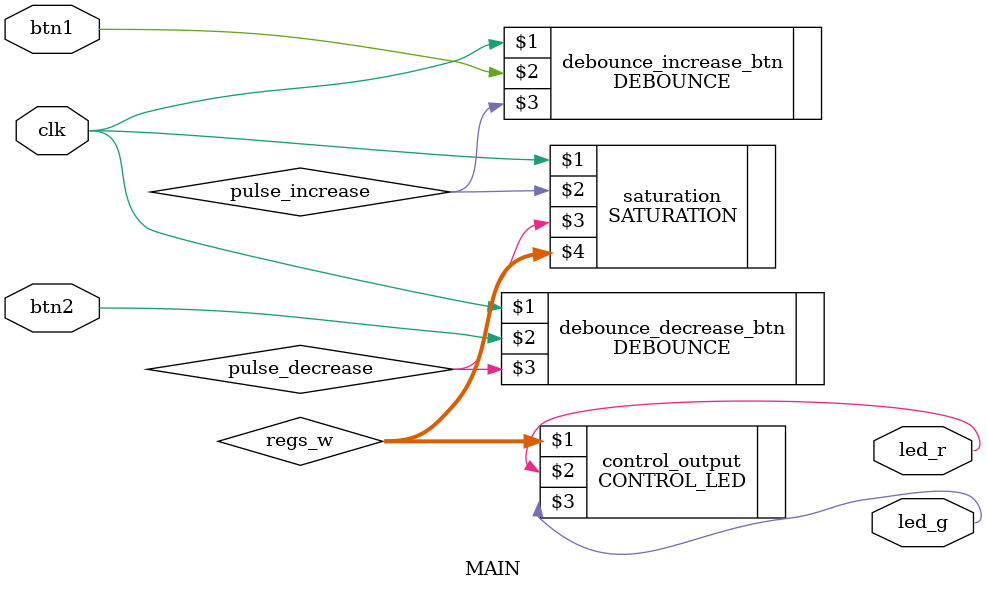
<source format=v>
/* 
Módulo para realizar a saturação de um reg de 16 bits e acionar leds quando estiver nos extremos
*/
module MAIN #(parameter width = 4 )
(input clk, input btn1, input btn2, output led_r, output led_g );

    wire pulse_increase, pulse_decrease;

    wire[width:0] regs_w;

    DEBOUNCE debounce_increase_btn(clk, btn1, pulse_increase);
    DEBOUNCE debounce_decrease_btn(clk, btn2, pulse_decrease);

    SATURATION #(.width(width)) saturation(clk, pulse_increase, pulse_decrease, regs_w);

    CONTROL_LED #(.width(width)) control_output(regs_w, led_r, led_g);

endmodule
</source>
